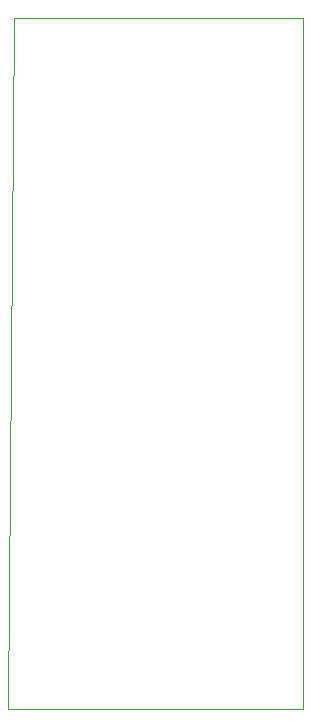
<source format=gbr>
G04 #@! TF.GenerationSoftware,KiCad,Pcbnew,(6.0.1)*
G04 #@! TF.CreationDate,2022-01-27T16:12:40+01:00*
G04 #@! TF.ProjectId,mico,6d69636f-2e6b-4696-9361-645f70636258,rev?*
G04 #@! TF.SameCoordinates,Original*
G04 #@! TF.FileFunction,Profile,NP*
%FSLAX46Y46*%
G04 Gerber Fmt 4.6, Leading zero omitted, Abs format (unit mm)*
G04 Created by KiCad (PCBNEW (6.0.1)) date 2022-01-27 16:12:40*
%MOMM*%
%LPD*%
G01*
G04 APERTURE LIST*
G04 #@! TA.AperFunction,Profile*
%ADD10C,0.100000*%
G04 #@! TD*
G04 APERTURE END LIST*
D10*
X125500000Y-66500000D02*
X125000000Y-125000000D01*
X150000000Y-66500000D02*
X125500000Y-66500000D01*
X150000000Y-125000000D02*
X150000000Y-66500000D01*
X125000000Y-125000000D02*
X150000000Y-125000000D01*
M02*

</source>
